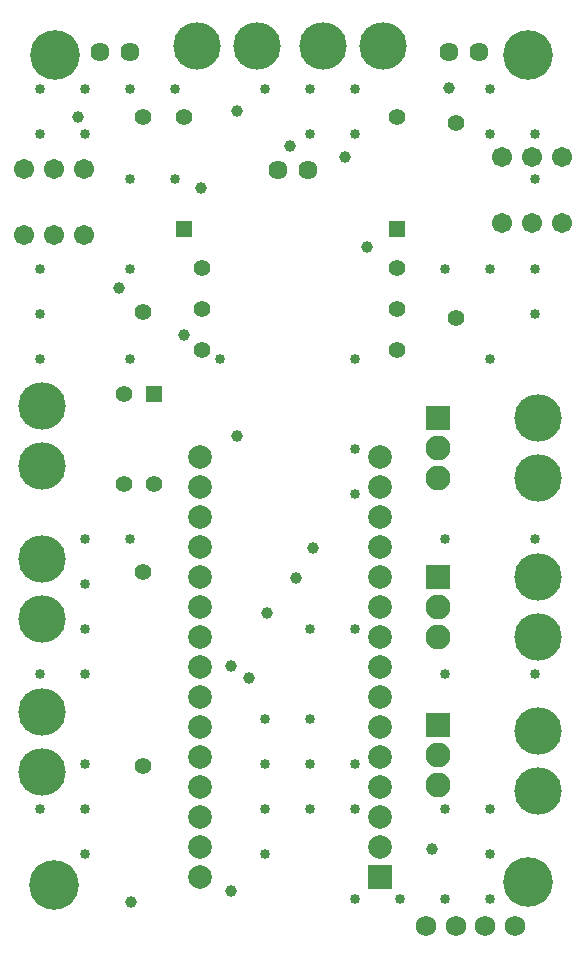
<source format=gbr>
%TF.GenerationSoftware,Altium Limited,Altium Designer,22.7.1 (60)*%
G04 Layer_Color=8388736*
%FSLAX45Y45*%
%MOMM*%
%TF.SameCoordinates,6F5B2F55-B7AD-49D5-9618-4F223791D6AE*%
%TF.FilePolarity,Negative*%
%TF.FileFunction,Soldermask,Top*%
%TF.Part,Single*%
G01*
G75*
%TA.AperFunction,ViaPad*%
%ADD26C,1.72720*%
%TA.AperFunction,ComponentPad*%
%ADD27C,4.01320*%
%TA.AperFunction,ViaPad*%
%ADD28C,4.20320*%
%TA.AperFunction,ComponentPad*%
%ADD29R,2.12320X2.12320*%
%ADD30C,2.12320*%
%ADD31C,1.40320*%
%ADD32R,1.40320X1.40320*%
%ADD33C,1.70420*%
%ADD34C,1.61720*%
%ADD35C,2.00320*%
%ADD36R,2.00320X2.00320*%
%TA.AperFunction,ViaPad*%
%ADD37C,1.00320*%
%ADD38C,0.85320*%
D26*
X4400000Y150000D02*
D03*
X4150000D02*
D03*
X3900000D02*
D03*
X3650000D02*
D03*
D27*
X400000Y2750000D02*
D03*
Y3258000D02*
D03*
X4600000Y4450000D02*
D03*
Y3942000D02*
D03*
Y3108000D02*
D03*
Y2600000D02*
D03*
Y1800000D02*
D03*
Y1292000D02*
D03*
X400000Y1450000D02*
D03*
Y1958000D02*
D03*
Y4042000D02*
D03*
Y4550000D02*
D03*
X2775575Y7600000D02*
D03*
X3283575D02*
D03*
X1708749D02*
D03*
X2216749D02*
D03*
D28*
X510827Y7522599D02*
D03*
X4510826D02*
D03*
Y522599D02*
D03*
X500000Y500000D02*
D03*
D29*
X3750000Y4454000D02*
D03*
Y3104000D02*
D03*
Y1854000D02*
D03*
D30*
Y4200000D02*
D03*
Y3946000D02*
D03*
Y2850000D02*
D03*
Y2596000D02*
D03*
Y1600000D02*
D03*
Y1346000D02*
D03*
D31*
X1250000Y7000000D02*
D03*
Y5350000D02*
D03*
X3900000Y6950000D02*
D03*
Y5300000D02*
D03*
X1250000Y3150000D02*
D03*
Y1500000D02*
D03*
X1096000Y4650000D02*
D03*
Y3888000D02*
D03*
X1350000D02*
D03*
X3400000Y5724575D02*
D03*
X1750000D02*
D03*
X3400000Y5374149D02*
D03*
X1750000D02*
D03*
X3400000Y5023724D02*
D03*
X1750000D02*
D03*
X3400000Y7000000D02*
D03*
X1600000D02*
D03*
D32*
X1350000Y4650000D02*
D03*
X3400000Y6050000D02*
D03*
X1600000D02*
D03*
D33*
X754000Y6000000D02*
D03*
X500000D02*
D03*
X246000D02*
D03*
X754000Y6557975D02*
D03*
X500000D02*
D03*
X246000D02*
D03*
X4296000Y6664025D02*
D03*
X4550000D02*
D03*
X4804000D02*
D03*
X4296000Y6100000D02*
D03*
X4550000D02*
D03*
X4804000D02*
D03*
D34*
X3846000Y7550000D02*
D03*
X4100000D02*
D03*
X892324D02*
D03*
X1146324D02*
D03*
X2400000Y6550000D02*
D03*
X2654000D02*
D03*
D35*
X1738000Y562000D02*
D03*
Y816000D02*
D03*
Y1070000D02*
D03*
Y1324000D02*
D03*
Y1578000D02*
D03*
Y1832000D02*
D03*
Y2086000D02*
D03*
Y2340000D02*
D03*
Y2594000D02*
D03*
Y2848000D02*
D03*
Y3102000D02*
D03*
Y3356000D02*
D03*
Y3610000D02*
D03*
Y3864000D02*
D03*
Y4118000D02*
D03*
X3262000D02*
D03*
Y3864000D02*
D03*
Y3610000D02*
D03*
Y3356000D02*
D03*
Y3102000D02*
D03*
Y2848000D02*
D03*
Y2594000D02*
D03*
Y2340000D02*
D03*
Y2086000D02*
D03*
Y1832000D02*
D03*
Y1578000D02*
D03*
Y1324000D02*
D03*
Y1070000D02*
D03*
Y816000D02*
D03*
D36*
Y562000D02*
D03*
D37*
X3700000Y800000D02*
D03*
X1150000Y350000D02*
D03*
X2500000Y6750000D02*
D03*
X2550000Y3100000D02*
D03*
X2300000Y2800000D02*
D03*
X2695921Y3349296D02*
D03*
X2959947Y6663321D02*
D03*
X3145922Y5899296D02*
D03*
X3846000Y7246000D02*
D03*
X2050000Y7050000D02*
D03*
X1745271Y6393727D02*
D03*
X2150000Y2250000D02*
D03*
X2050000Y4300000D02*
D03*
X2000000Y2350000D02*
D03*
Y450000D02*
D03*
X1050000Y5550000D02*
D03*
X1600000Y5150000D02*
D03*
X700000Y7000000D02*
D03*
D38*
X3810000Y381000D02*
D03*
X4572000Y6858000D02*
D03*
Y6477000D02*
D03*
Y5715000D02*
D03*
Y5334000D02*
D03*
Y3429000D02*
D03*
Y2286000D02*
D03*
X4191000Y7239000D02*
D03*
Y6858000D02*
D03*
Y5715000D02*
D03*
Y4953000D02*
D03*
Y1143000D02*
D03*
Y762000D02*
D03*
Y381000D02*
D03*
X3810000Y5715000D02*
D03*
Y3429000D02*
D03*
Y2286000D02*
D03*
Y1143000D02*
D03*
X3429000Y381000D02*
D03*
X3048000Y7239000D02*
D03*
Y6858000D02*
D03*
Y4953000D02*
D03*
Y4191000D02*
D03*
Y3810000D02*
D03*
Y2667000D02*
D03*
Y1524000D02*
D03*
Y1143000D02*
D03*
Y381000D02*
D03*
X2667000Y7239000D02*
D03*
Y6858000D02*
D03*
Y2667000D02*
D03*
Y1905000D02*
D03*
Y1524000D02*
D03*
Y1143000D02*
D03*
X2286000Y7239000D02*
D03*
Y1905000D02*
D03*
Y1524000D02*
D03*
Y1143000D02*
D03*
Y762000D02*
D03*
X1905000Y4953000D02*
D03*
X1524000Y7239000D02*
D03*
Y6477000D02*
D03*
X1143000Y7239000D02*
D03*
Y6477000D02*
D03*
Y5715000D02*
D03*
Y4953000D02*
D03*
Y3429000D02*
D03*
X762000Y7239000D02*
D03*
Y6858000D02*
D03*
Y3429000D02*
D03*
Y3048000D02*
D03*
Y2667000D02*
D03*
Y2286000D02*
D03*
Y1524000D02*
D03*
Y1143000D02*
D03*
Y762000D02*
D03*
X381000Y7239000D02*
D03*
Y6858000D02*
D03*
Y5715000D02*
D03*
Y5334000D02*
D03*
Y4953000D02*
D03*
Y2286000D02*
D03*
Y1143000D02*
D03*
%TF.MD5,599135624129b15ae50450da9ea6be11*%
M02*

</source>
